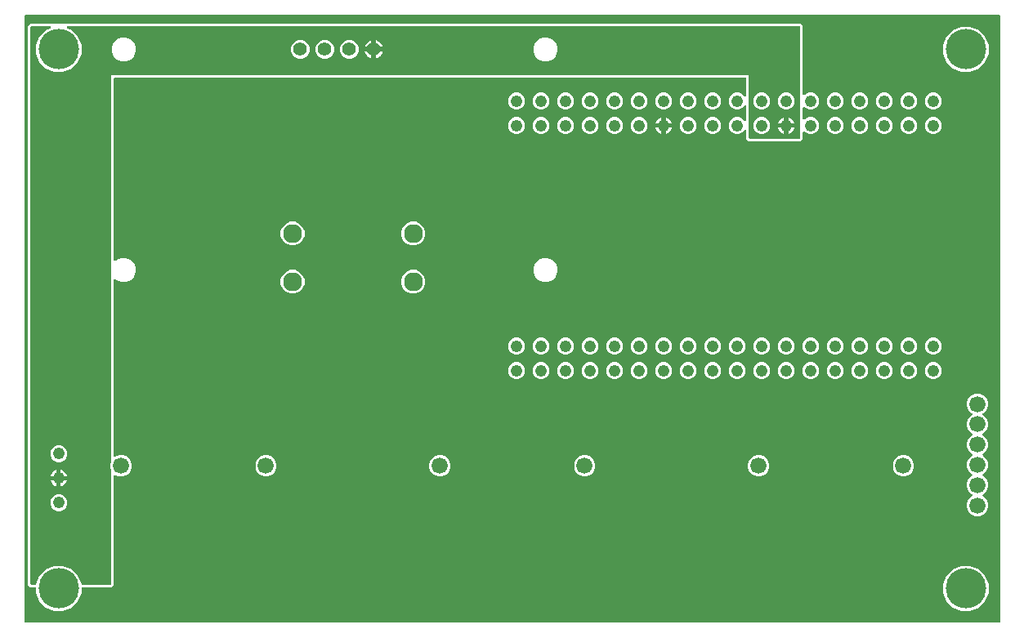
<source format=gbr>
G04 EAGLE Gerber RS-274X export*
G75*
%MOMM*%
%FSLAX34Y34*%
%LPD*%
%INCopper Layer 15*%
%IPPOS*%
%AMOC8*
5,1,8,0,0,1.08239X$1,22.5*%
G01*
%ADD10C,1.244600*%
%ADD11C,1.960000*%
%ADD12C,1.422400*%
%ADD13C,1.680000*%
%ADD14C,4.191000*%
%ADD15C,0.609600*%

G36*
X1012109Y2556D02*
X1012109Y2556D01*
X1012227Y2563D01*
X1012266Y2575D01*
X1012306Y2581D01*
X1012417Y2624D01*
X1012530Y2661D01*
X1012564Y2683D01*
X1012602Y2698D01*
X1012698Y2767D01*
X1012799Y2831D01*
X1012826Y2861D01*
X1012859Y2884D01*
X1012935Y2976D01*
X1013017Y3063D01*
X1013036Y3098D01*
X1013062Y3129D01*
X1013113Y3237D01*
X1013170Y3341D01*
X1013180Y3381D01*
X1013198Y3417D01*
X1013220Y3534D01*
X1013250Y3649D01*
X1013253Y3709D01*
X1013257Y3729D01*
X1013256Y3750D01*
X1013260Y3810D01*
X1013359Y631190D01*
X1013344Y631308D01*
X1013336Y631427D01*
X1013324Y631465D01*
X1013319Y631505D01*
X1013275Y631616D01*
X1013238Y631729D01*
X1013217Y631764D01*
X1013202Y631801D01*
X1013132Y631897D01*
X1013068Y631998D01*
X1013039Y632026D01*
X1013015Y632058D01*
X1012923Y632135D01*
X1012837Y632216D01*
X1012801Y632236D01*
X1012770Y632261D01*
X1012662Y632312D01*
X1012558Y632370D01*
X1012519Y632380D01*
X1012482Y632397D01*
X1012365Y632419D01*
X1012250Y632449D01*
X1012190Y632453D01*
X1012170Y632457D01*
X1012150Y632455D01*
X1012089Y632459D01*
X3909Y632459D01*
X3791Y632444D01*
X3673Y632437D01*
X3634Y632425D01*
X3594Y632419D01*
X3483Y632376D01*
X3370Y632339D01*
X3336Y632317D01*
X3298Y632302D01*
X3202Y632233D01*
X3101Y632169D01*
X3074Y632139D01*
X3041Y632116D01*
X2965Y632024D01*
X2883Y631937D01*
X2864Y631902D01*
X2838Y631871D01*
X2787Y631763D01*
X2730Y631659D01*
X2720Y631619D01*
X2702Y631583D01*
X2680Y631466D01*
X2650Y631351D01*
X2647Y631291D01*
X2643Y631271D01*
X2644Y631250D01*
X2640Y631190D01*
X2541Y3810D01*
X2556Y3692D01*
X2564Y3573D01*
X2576Y3535D01*
X2581Y3495D01*
X2625Y3384D01*
X2662Y3271D01*
X2683Y3236D01*
X2698Y3199D01*
X2768Y3103D01*
X2832Y3002D01*
X2861Y2974D01*
X2885Y2942D01*
X2977Y2865D01*
X3063Y2784D01*
X3099Y2764D01*
X3130Y2739D01*
X3238Y2688D01*
X3342Y2630D01*
X3381Y2620D01*
X3418Y2603D01*
X3535Y2581D01*
X3650Y2551D01*
X3710Y2547D01*
X3730Y2543D01*
X3750Y2545D01*
X3811Y2541D01*
X1011991Y2541D01*
X1012109Y2556D01*
G37*
%LPC*%
G36*
X33426Y14604D02*
X33426Y14604D01*
X24791Y18181D01*
X18181Y24791D01*
X14604Y33426D01*
X14604Y38100D01*
X14589Y38218D01*
X14582Y38337D01*
X14569Y38375D01*
X14564Y38416D01*
X14521Y38526D01*
X14484Y38639D01*
X14462Y38674D01*
X14447Y38711D01*
X14378Y38807D01*
X14314Y38908D01*
X14284Y38936D01*
X14261Y38969D01*
X14169Y39045D01*
X14082Y39126D01*
X14047Y39146D01*
X14016Y39171D01*
X13908Y39222D01*
X13804Y39280D01*
X13764Y39290D01*
X13728Y39307D01*
X13611Y39329D01*
X13496Y39359D01*
X13436Y39363D01*
X13416Y39367D01*
X13395Y39365D01*
X13335Y39369D01*
X8582Y39369D01*
X6349Y41602D01*
X6349Y621338D01*
X8582Y623571D01*
X806758Y623571D01*
X808991Y621338D01*
X808991Y550549D01*
X809008Y550411D01*
X809021Y550272D01*
X809028Y550253D01*
X809031Y550233D01*
X809082Y550104D01*
X809129Y549973D01*
X809140Y549956D01*
X809148Y549938D01*
X809229Y549825D01*
X809307Y549710D01*
X809323Y549697D01*
X809334Y549680D01*
X809442Y549591D01*
X809546Y549499D01*
X809564Y549490D01*
X809579Y549477D01*
X809705Y549418D01*
X809829Y549355D01*
X809849Y549350D01*
X809867Y549342D01*
X810004Y549316D01*
X810139Y549285D01*
X810160Y549286D01*
X810179Y549282D01*
X810318Y549291D01*
X810457Y549295D01*
X810477Y549301D01*
X810497Y549302D01*
X810629Y549345D01*
X810763Y549383D01*
X810780Y549394D01*
X810799Y549400D01*
X810917Y549474D01*
X811037Y549545D01*
X811058Y549563D01*
X811068Y549570D01*
X811082Y549585D01*
X811157Y549651D01*
X812236Y550730D01*
X815457Y552064D01*
X818943Y552064D01*
X822164Y550730D01*
X824630Y548264D01*
X825964Y545043D01*
X825964Y541557D01*
X824630Y538336D01*
X822164Y535870D01*
X818943Y534536D01*
X815457Y534536D01*
X812236Y535870D01*
X811157Y536949D01*
X811048Y537034D01*
X810941Y537123D01*
X810922Y537131D01*
X810906Y537144D01*
X810779Y537199D01*
X810653Y537258D01*
X810633Y537262D01*
X810614Y537270D01*
X810476Y537292D01*
X810340Y537318D01*
X810320Y537317D01*
X810300Y537320D01*
X810161Y537307D01*
X810023Y537298D01*
X810004Y537292D01*
X809984Y537290D01*
X809852Y537243D01*
X809721Y537200D01*
X809703Y537189D01*
X809684Y537182D01*
X809569Y537104D01*
X809452Y537030D01*
X809438Y537015D01*
X809421Y537004D01*
X809329Y536900D01*
X809234Y536798D01*
X809224Y536781D01*
X809211Y536765D01*
X809148Y536642D01*
X809080Y536520D01*
X809075Y536500D01*
X809066Y536482D01*
X809036Y536346D01*
X809001Y536212D01*
X808999Y536184D01*
X808996Y536172D01*
X808997Y536151D01*
X808991Y536051D01*
X808991Y525149D01*
X809008Y525011D01*
X809021Y524872D01*
X809028Y524853D01*
X809031Y524833D01*
X809082Y524704D01*
X809129Y524573D01*
X809140Y524556D01*
X809148Y524538D01*
X809229Y524425D01*
X809307Y524310D01*
X809323Y524297D01*
X809334Y524280D01*
X809442Y524191D01*
X809546Y524099D01*
X809564Y524090D01*
X809579Y524077D01*
X809705Y524018D01*
X809829Y523955D01*
X809849Y523950D01*
X809867Y523942D01*
X810004Y523916D01*
X810139Y523885D01*
X810160Y523886D01*
X810179Y523882D01*
X810318Y523891D01*
X810457Y523895D01*
X810477Y523901D01*
X810497Y523902D01*
X810629Y523945D01*
X810763Y523983D01*
X810780Y523994D01*
X810799Y524000D01*
X810917Y524074D01*
X811037Y524145D01*
X811058Y524163D01*
X811068Y524170D01*
X811082Y524185D01*
X811157Y524251D01*
X812236Y525330D01*
X815457Y526664D01*
X818943Y526664D01*
X822164Y525330D01*
X824630Y522864D01*
X825964Y519643D01*
X825964Y516157D01*
X824630Y512936D01*
X822164Y510470D01*
X818943Y509136D01*
X815457Y509136D01*
X812236Y510470D01*
X811157Y511549D01*
X811048Y511634D01*
X810941Y511723D01*
X810922Y511731D01*
X810906Y511744D01*
X810779Y511799D01*
X810653Y511858D01*
X810633Y511862D01*
X810614Y511870D01*
X810476Y511892D01*
X810340Y511918D01*
X810320Y511917D01*
X810300Y511920D01*
X810161Y511907D01*
X810023Y511898D01*
X810004Y511892D01*
X809984Y511890D01*
X809852Y511843D01*
X809721Y511800D01*
X809703Y511789D01*
X809684Y511782D01*
X809569Y511704D01*
X809452Y511630D01*
X809438Y511615D01*
X809421Y511604D01*
X809329Y511500D01*
X809234Y511398D01*
X809224Y511381D01*
X809211Y511365D01*
X809148Y511242D01*
X809080Y511120D01*
X809075Y511100D01*
X809066Y511082D01*
X809036Y510946D01*
X809001Y510812D01*
X808999Y510784D01*
X808996Y510772D01*
X808997Y510751D01*
X808991Y510651D01*
X808991Y503882D01*
X806758Y501649D01*
X752802Y501649D01*
X750569Y503882D01*
X750569Y512011D01*
X750552Y512149D01*
X750539Y512288D01*
X750532Y512307D01*
X750529Y512327D01*
X750478Y512456D01*
X750431Y512587D01*
X750420Y512604D01*
X750412Y512622D01*
X750331Y512735D01*
X750253Y512850D01*
X750237Y512863D01*
X750226Y512880D01*
X750118Y512969D01*
X750014Y513061D01*
X749996Y513070D01*
X749981Y513083D01*
X749855Y513142D01*
X749731Y513205D01*
X749711Y513210D01*
X749693Y513218D01*
X749557Y513244D01*
X749421Y513275D01*
X749400Y513274D01*
X749381Y513278D01*
X749242Y513269D01*
X749103Y513265D01*
X749083Y513259D01*
X749063Y513258D01*
X748931Y513215D01*
X748797Y513177D01*
X748780Y513166D01*
X748761Y513160D01*
X748643Y513086D01*
X748523Y513015D01*
X748502Y512997D01*
X748492Y512990D01*
X748478Y512975D01*
X748403Y512909D01*
X745964Y510470D01*
X742743Y509136D01*
X739257Y509136D01*
X736036Y510470D01*
X733570Y512936D01*
X732236Y516157D01*
X732236Y519643D01*
X733570Y522864D01*
X736036Y525330D01*
X739257Y526664D01*
X742743Y526664D01*
X745964Y525330D01*
X748403Y522891D01*
X748512Y522806D01*
X748619Y522717D01*
X748638Y522709D01*
X748654Y522696D01*
X748782Y522641D01*
X748907Y522582D01*
X748927Y522578D01*
X748946Y522570D01*
X749084Y522548D01*
X749220Y522522D01*
X749240Y522523D01*
X749260Y522520D01*
X749399Y522533D01*
X749537Y522542D01*
X749556Y522548D01*
X749576Y522550D01*
X749708Y522597D01*
X749839Y522640D01*
X749857Y522651D01*
X749876Y522658D01*
X749991Y522736D01*
X750108Y522810D01*
X750122Y522825D01*
X750139Y522836D01*
X750231Y522940D01*
X750326Y523042D01*
X750336Y523059D01*
X750349Y523075D01*
X750413Y523199D01*
X750480Y523320D01*
X750485Y523340D01*
X750494Y523358D01*
X750524Y523494D01*
X750559Y523628D01*
X750561Y523656D01*
X750564Y523668D01*
X750563Y523689D01*
X750569Y523789D01*
X750569Y537411D01*
X750552Y537549D01*
X750539Y537688D01*
X750532Y537707D01*
X750529Y537727D01*
X750478Y537856D01*
X750431Y537987D01*
X750420Y538004D01*
X750412Y538022D01*
X750331Y538135D01*
X750253Y538250D01*
X750237Y538263D01*
X750226Y538280D01*
X750118Y538369D01*
X750014Y538461D01*
X749996Y538470D01*
X749981Y538483D01*
X749855Y538542D01*
X749731Y538605D01*
X749711Y538610D01*
X749693Y538618D01*
X749557Y538644D01*
X749421Y538675D01*
X749400Y538674D01*
X749381Y538678D01*
X749242Y538669D01*
X749103Y538665D01*
X749083Y538659D01*
X749063Y538658D01*
X748931Y538615D01*
X748797Y538577D01*
X748780Y538566D01*
X748761Y538560D01*
X748643Y538486D01*
X748523Y538415D01*
X748502Y538397D01*
X748492Y538390D01*
X748478Y538375D01*
X748403Y538309D01*
X745964Y535870D01*
X742743Y534536D01*
X739257Y534536D01*
X736036Y535870D01*
X733570Y538336D01*
X732236Y541557D01*
X732236Y545043D01*
X733570Y548264D01*
X736036Y550730D01*
X739257Y552064D01*
X742743Y552064D01*
X745964Y550730D01*
X748403Y548291D01*
X748512Y548206D01*
X748619Y548117D01*
X748638Y548109D01*
X748654Y548096D01*
X748782Y548041D01*
X748907Y547982D01*
X748927Y547978D01*
X748946Y547970D01*
X749084Y547948D01*
X749220Y547922D01*
X749240Y547923D01*
X749260Y547920D01*
X749399Y547933D01*
X749537Y547942D01*
X749556Y547948D01*
X749576Y547950D01*
X749708Y547997D01*
X749839Y548040D01*
X749857Y548051D01*
X749876Y548058D01*
X749991Y548136D01*
X750108Y548210D01*
X750122Y548225D01*
X750139Y548236D01*
X750231Y548340D01*
X750326Y548442D01*
X750336Y548459D01*
X750349Y548475D01*
X750413Y548599D01*
X750480Y548720D01*
X750485Y548740D01*
X750494Y548758D01*
X750524Y548894D01*
X750559Y549028D01*
X750561Y549056D01*
X750564Y549068D01*
X750563Y549089D01*
X750569Y549189D01*
X750569Y566420D01*
X750554Y566538D01*
X750547Y566657D01*
X750534Y566695D01*
X750529Y566736D01*
X750486Y566846D01*
X750449Y566959D01*
X750427Y566994D01*
X750412Y567031D01*
X750343Y567127D01*
X750279Y567228D01*
X750249Y567256D01*
X750226Y567289D01*
X750134Y567365D01*
X750047Y567446D01*
X750012Y567466D01*
X749981Y567491D01*
X749873Y567542D01*
X749769Y567600D01*
X749729Y567610D01*
X749693Y567627D01*
X749576Y567649D01*
X749461Y567679D01*
X749401Y567683D01*
X749381Y567687D01*
X749360Y567685D01*
X749300Y567689D01*
X96520Y567689D01*
X96402Y567674D01*
X96283Y567667D01*
X96245Y567654D01*
X96204Y567649D01*
X96094Y567606D01*
X95981Y567569D01*
X95946Y567547D01*
X95909Y567532D01*
X95813Y567463D01*
X95712Y567399D01*
X95684Y567369D01*
X95651Y567346D01*
X95575Y567254D01*
X95494Y567167D01*
X95474Y567132D01*
X95449Y567101D01*
X95398Y566993D01*
X95340Y566889D01*
X95330Y566849D01*
X95313Y566813D01*
X95291Y566696D01*
X95261Y566581D01*
X95257Y566521D01*
X95253Y566501D01*
X95255Y566480D01*
X95251Y566420D01*
X95251Y378940D01*
X95268Y378802D01*
X95281Y378664D01*
X95288Y378645D01*
X95291Y378625D01*
X95342Y378496D01*
X95389Y378365D01*
X95400Y378348D01*
X95408Y378329D01*
X95489Y378217D01*
X95567Y378101D01*
X95583Y378088D01*
X95594Y378072D01*
X95702Y377983D01*
X95806Y377891D01*
X95824Y377882D01*
X95839Y377869D01*
X95965Y377810D01*
X96089Y377746D01*
X96109Y377742D01*
X96127Y377733D01*
X96264Y377707D01*
X96399Y377677D01*
X96420Y377677D01*
X96439Y377674D01*
X96578Y377682D01*
X96717Y377686D01*
X96737Y377692D01*
X96757Y377693D01*
X96889Y377736D01*
X97023Y377775D01*
X97040Y377785D01*
X97059Y377791D01*
X97177Y377866D01*
X97297Y377936D01*
X97318Y377955D01*
X97328Y377961D01*
X97342Y377976D01*
X97417Y378043D01*
X98306Y378932D01*
X102915Y380841D01*
X107905Y380841D01*
X112514Y378932D01*
X116042Y375404D01*
X117951Y370795D01*
X117951Y365805D01*
X116042Y361196D01*
X112514Y357668D01*
X107905Y355759D01*
X102915Y355759D01*
X98306Y357668D01*
X97417Y358557D01*
X97308Y358642D01*
X97201Y358731D01*
X97182Y358740D01*
X97166Y358752D01*
X97039Y358807D01*
X96913Y358867D01*
X96893Y358870D01*
X96874Y358879D01*
X96736Y358900D01*
X96600Y358926D01*
X96580Y358925D01*
X96560Y358928D01*
X96421Y358915D01*
X96283Y358907D01*
X96264Y358900D01*
X96244Y358899D01*
X96112Y358851D01*
X95981Y358809D01*
X95963Y358798D01*
X95944Y358791D01*
X95829Y358713D01*
X95712Y358639D01*
X95698Y358624D01*
X95681Y358612D01*
X95589Y358508D01*
X95494Y358407D01*
X95484Y358389D01*
X95471Y358374D01*
X95408Y358250D01*
X95340Y358128D01*
X95335Y358109D01*
X95326Y358091D01*
X95296Y357955D01*
X95261Y357820D01*
X95259Y357792D01*
X95256Y357780D01*
X95257Y357760D01*
X95251Y357660D01*
X95251Y175715D01*
X95257Y175665D01*
X95255Y175616D01*
X95277Y175508D01*
X95291Y175399D01*
X95309Y175353D01*
X95319Y175304D01*
X95367Y175205D01*
X95408Y175104D01*
X95437Y175063D01*
X95459Y175019D01*
X95530Y174935D01*
X95594Y174846D01*
X95633Y174815D01*
X95665Y174777D01*
X95755Y174713D01*
X95839Y174643D01*
X95884Y174622D01*
X95925Y174594D01*
X96028Y174555D01*
X96127Y174508D01*
X96176Y174499D01*
X96222Y174481D01*
X96332Y174469D01*
X96439Y174448D01*
X96489Y174451D01*
X96538Y174446D01*
X96647Y174461D01*
X96757Y174468D01*
X96804Y174483D01*
X96853Y174490D01*
X97006Y174542D01*
X100624Y176041D01*
X104976Y176041D01*
X108997Y174375D01*
X112075Y171297D01*
X113741Y167276D01*
X113741Y162924D01*
X112075Y158903D01*
X108997Y155825D01*
X104976Y154159D01*
X100624Y154159D01*
X97006Y155658D01*
X96958Y155671D01*
X96913Y155692D01*
X96805Y155713D01*
X96699Y155742D01*
X96649Y155743D01*
X96600Y155752D01*
X96491Y155745D01*
X96381Y155747D01*
X96333Y155735D01*
X96283Y155732D01*
X96179Y155698D01*
X96072Y155673D01*
X96028Y155649D01*
X95981Y155634D01*
X95888Y155575D01*
X95791Y155524D01*
X95754Y155491D01*
X95712Y155464D01*
X95637Y155384D01*
X95555Y155310D01*
X95528Y155269D01*
X95494Y155232D01*
X95441Y155136D01*
X95381Y155044D01*
X95364Y154997D01*
X95340Y154954D01*
X95313Y154848D01*
X95277Y154744D01*
X95273Y154694D01*
X95261Y154646D01*
X95251Y154485D01*
X95251Y41602D01*
X93018Y39369D01*
X62865Y39369D01*
X62747Y39354D01*
X62628Y39347D01*
X62590Y39334D01*
X62549Y39329D01*
X62439Y39286D01*
X62326Y39249D01*
X62291Y39227D01*
X62254Y39212D01*
X62158Y39143D01*
X62057Y39079D01*
X62029Y39049D01*
X61996Y39026D01*
X61920Y38934D01*
X61839Y38847D01*
X61819Y38812D01*
X61794Y38781D01*
X61743Y38673D01*
X61685Y38569D01*
X61675Y38529D01*
X61658Y38493D01*
X61636Y38376D01*
X61606Y38261D01*
X61602Y38201D01*
X61598Y38181D01*
X61599Y38165D01*
X61598Y38160D01*
X61599Y38150D01*
X61596Y38100D01*
X61596Y33426D01*
X58019Y24791D01*
X51409Y18181D01*
X42774Y14604D01*
X33426Y14604D01*
G37*
%LPD*%
G36*
X13428Y41914D02*
X13428Y41914D01*
X13458Y41912D01*
X13586Y41934D01*
X13714Y41951D01*
X13742Y41961D01*
X13771Y41967D01*
X13889Y42020D01*
X14010Y42068D01*
X14034Y42085D01*
X14061Y42097D01*
X14162Y42178D01*
X14267Y42254D01*
X14286Y42277D01*
X14309Y42296D01*
X14387Y42399D01*
X14470Y42499D01*
X14483Y42526D01*
X14501Y42550D01*
X14571Y42694D01*
X18181Y51409D01*
X24791Y58019D01*
X33426Y61596D01*
X42774Y61596D01*
X51409Y58019D01*
X58019Y51409D01*
X61629Y42694D01*
X61643Y42669D01*
X61652Y42641D01*
X61722Y42531D01*
X61786Y42418D01*
X61807Y42397D01*
X61822Y42372D01*
X61917Y42283D01*
X62007Y42190D01*
X62033Y42174D01*
X62054Y42154D01*
X62168Y42091D01*
X62279Y42023D01*
X62307Y42015D01*
X62333Y42000D01*
X62458Y41968D01*
X62582Y41930D01*
X62612Y41928D01*
X62641Y41921D01*
X62801Y41911D01*
X91440Y41911D01*
X91558Y41926D01*
X91677Y41933D01*
X91715Y41946D01*
X91756Y41951D01*
X91866Y41994D01*
X91979Y42031D01*
X92014Y42053D01*
X92051Y42068D01*
X92147Y42138D01*
X92248Y42201D01*
X92276Y42231D01*
X92309Y42254D01*
X92385Y42346D01*
X92466Y42433D01*
X92486Y42468D01*
X92511Y42499D01*
X92562Y42607D01*
X92620Y42711D01*
X92630Y42751D01*
X92647Y42787D01*
X92669Y42904D01*
X92699Y43019D01*
X92703Y43080D01*
X92707Y43100D01*
X92705Y43120D01*
X92709Y43180D01*
X92709Y160619D01*
X92708Y160628D01*
X92709Y160638D01*
X92688Y160786D01*
X92669Y160935D01*
X92666Y160943D01*
X92665Y160953D01*
X92613Y161105D01*
X91859Y162924D01*
X91859Y167276D01*
X92613Y169095D01*
X92615Y169104D01*
X92620Y169112D01*
X92657Y169257D01*
X92697Y169402D01*
X92697Y169411D01*
X92699Y169420D01*
X92709Y169581D01*
X92709Y570231D01*
X753111Y570231D01*
X753111Y505460D01*
X753126Y505342D01*
X753133Y505223D01*
X753146Y505185D01*
X753151Y505144D01*
X753194Y505034D01*
X753231Y504921D01*
X753253Y504886D01*
X753268Y504849D01*
X753338Y504753D01*
X753401Y504652D01*
X753431Y504624D01*
X753454Y504591D01*
X753546Y504516D01*
X753633Y504434D01*
X753668Y504414D01*
X753699Y504389D01*
X753807Y504338D01*
X753911Y504280D01*
X753951Y504270D01*
X753987Y504253D01*
X754104Y504231D01*
X754219Y504201D01*
X754280Y504197D01*
X754300Y504193D01*
X754320Y504195D01*
X754380Y504191D01*
X805180Y504191D01*
X805298Y504206D01*
X805417Y504213D01*
X805455Y504226D01*
X805496Y504231D01*
X805606Y504274D01*
X805719Y504311D01*
X805754Y504333D01*
X805791Y504348D01*
X805887Y504418D01*
X805988Y504481D01*
X806016Y504511D01*
X806049Y504534D01*
X806125Y504626D01*
X806206Y504713D01*
X806226Y504748D01*
X806251Y504779D01*
X806302Y504887D01*
X806360Y504991D01*
X806370Y505031D01*
X806387Y505067D01*
X806409Y505184D01*
X806439Y505299D01*
X806443Y505360D01*
X806447Y505380D01*
X806445Y505400D01*
X806449Y505460D01*
X806449Y619760D01*
X806434Y619878D01*
X806427Y619997D01*
X806414Y620035D01*
X806409Y620076D01*
X806366Y620186D01*
X806329Y620299D01*
X806307Y620334D01*
X806292Y620371D01*
X806223Y620467D01*
X806159Y620568D01*
X806129Y620596D01*
X806106Y620629D01*
X806014Y620705D01*
X805927Y620786D01*
X805892Y620806D01*
X805861Y620831D01*
X805753Y620882D01*
X805649Y620940D01*
X805609Y620950D01*
X805573Y620967D01*
X805456Y620989D01*
X805341Y621019D01*
X805281Y621023D01*
X805261Y621027D01*
X805240Y621025D01*
X805180Y621029D01*
X47625Y621029D01*
X47556Y621021D01*
X47486Y621022D01*
X47399Y621001D01*
X47310Y620989D01*
X47245Y620964D01*
X47177Y620947D01*
X47097Y620905D01*
X47014Y620872D01*
X46957Y620831D01*
X46896Y620799D01*
X46829Y620738D01*
X46756Y620686D01*
X46712Y620632D01*
X46660Y620585D01*
X46611Y620510D01*
X46554Y620441D01*
X46524Y620377D01*
X46486Y620319D01*
X46456Y620234D01*
X46418Y620153D01*
X46405Y620084D01*
X46382Y620018D01*
X46375Y619929D01*
X46358Y619841D01*
X46363Y619771D01*
X46357Y619701D01*
X46373Y619613D01*
X46378Y619523D01*
X46400Y619457D01*
X46412Y619388D01*
X46448Y619306D01*
X46476Y619221D01*
X46513Y619162D01*
X46542Y619098D01*
X46598Y619028D01*
X46646Y618952D01*
X46697Y618904D01*
X46741Y618850D01*
X46812Y618796D01*
X46878Y618734D01*
X46939Y618700D01*
X46995Y618658D01*
X47139Y618587D01*
X51409Y616819D01*
X58019Y610209D01*
X61596Y601574D01*
X61596Y592226D01*
X58019Y583591D01*
X51409Y576981D01*
X42774Y573404D01*
X33426Y573404D01*
X24791Y576981D01*
X18181Y583591D01*
X14604Y592226D01*
X14604Y601574D01*
X18181Y610209D01*
X24791Y616819D01*
X29061Y618587D01*
X29121Y618622D01*
X29186Y618648D01*
X29259Y618700D01*
X29337Y618745D01*
X29387Y618794D01*
X29444Y618834D01*
X29501Y618904D01*
X29565Y618966D01*
X29602Y619026D01*
X29646Y619079D01*
X29685Y619161D01*
X29732Y619237D01*
X29752Y619304D01*
X29782Y619367D01*
X29799Y619455D01*
X29825Y619541D01*
X29829Y619611D01*
X29842Y619680D01*
X29836Y619769D01*
X29840Y619859D01*
X29826Y619927D01*
X29822Y619997D01*
X29794Y620082D01*
X29776Y620170D01*
X29745Y620233D01*
X29724Y620299D01*
X29676Y620375D01*
X29636Y620456D01*
X29591Y620509D01*
X29554Y620568D01*
X29488Y620630D01*
X29430Y620698D01*
X29373Y620738D01*
X29322Y620786D01*
X29243Y620829D01*
X29170Y620881D01*
X29105Y620906D01*
X29044Y620940D01*
X28957Y620962D01*
X28873Y620994D01*
X28803Y621002D01*
X28736Y621019D01*
X28575Y621029D01*
X10160Y621029D01*
X10042Y621014D01*
X9923Y621007D01*
X9885Y620994D01*
X9844Y620989D01*
X9734Y620946D01*
X9621Y620909D01*
X9586Y620887D01*
X9549Y620872D01*
X9453Y620803D01*
X9352Y620739D01*
X9324Y620709D01*
X9291Y620686D01*
X9216Y620594D01*
X9134Y620507D01*
X9114Y620472D01*
X9089Y620441D01*
X9038Y620333D01*
X8980Y620229D01*
X8970Y620189D01*
X8953Y620153D01*
X8931Y620036D01*
X8901Y619921D01*
X8897Y619861D01*
X8893Y619841D01*
X8895Y619820D01*
X8891Y619760D01*
X8891Y43180D01*
X8906Y43062D01*
X8913Y42943D01*
X8926Y42905D01*
X8931Y42864D01*
X8974Y42754D01*
X9011Y42641D01*
X9033Y42606D01*
X9048Y42569D01*
X9118Y42473D01*
X9181Y42372D01*
X9211Y42344D01*
X9234Y42311D01*
X9326Y42236D01*
X9413Y42154D01*
X9448Y42134D01*
X9479Y42109D01*
X9587Y42058D01*
X9691Y42000D01*
X9731Y41990D01*
X9767Y41973D01*
X9884Y41951D01*
X9999Y41921D01*
X10060Y41917D01*
X10080Y41913D01*
X10100Y41915D01*
X10160Y41911D01*
X13399Y41911D01*
X13428Y41914D01*
G37*
%LPC*%
G36*
X987724Y113359D02*
X987724Y113359D01*
X983703Y115025D01*
X980625Y118103D01*
X978959Y122124D01*
X978959Y126476D01*
X980625Y130497D01*
X983703Y133575D01*
X983829Y133627D01*
X983949Y133696D01*
X984072Y133761D01*
X984087Y133775D01*
X984105Y133785D01*
X984205Y133882D01*
X984308Y133975D01*
X984319Y133992D01*
X984333Y134006D01*
X984406Y134125D01*
X984482Y134241D01*
X984489Y134260D01*
X984500Y134277D01*
X984540Y134410D01*
X984586Y134542D01*
X984587Y134562D01*
X984593Y134581D01*
X984600Y134720D01*
X984611Y134859D01*
X984607Y134879D01*
X984608Y134899D01*
X984580Y135035D01*
X984556Y135172D01*
X984548Y135191D01*
X984544Y135210D01*
X984483Y135335D01*
X984426Y135462D01*
X984413Y135478D01*
X984404Y135496D01*
X984314Y135602D01*
X984227Y135711D01*
X984211Y135723D01*
X984198Y135738D01*
X984084Y135818D01*
X983973Y135902D01*
X983948Y135914D01*
X983938Y135921D01*
X983919Y135928D01*
X983829Y135973D01*
X983703Y136025D01*
X980625Y139103D01*
X978959Y143124D01*
X978959Y147476D01*
X980625Y151497D01*
X983703Y154575D01*
X983829Y154627D01*
X983949Y154696D01*
X984072Y154761D01*
X984087Y154775D01*
X984105Y154785D01*
X984205Y154882D01*
X984308Y154975D01*
X984319Y154992D01*
X984333Y155006D01*
X984406Y155125D01*
X984482Y155241D01*
X984489Y155260D01*
X984500Y155277D01*
X984540Y155410D01*
X984586Y155542D01*
X984587Y155562D01*
X984593Y155581D01*
X984600Y155720D01*
X984611Y155859D01*
X984607Y155879D01*
X984608Y155899D01*
X984580Y156035D01*
X984556Y156172D01*
X984548Y156191D01*
X984544Y156210D01*
X984483Y156335D01*
X984426Y156462D01*
X984413Y156478D01*
X984404Y156496D01*
X984314Y156602D01*
X984227Y156711D01*
X984211Y156723D01*
X984198Y156738D01*
X984084Y156818D01*
X983973Y156902D01*
X983948Y156914D01*
X983938Y156921D01*
X983919Y156928D01*
X983829Y156973D01*
X983703Y157025D01*
X980625Y160103D01*
X978959Y164124D01*
X978959Y168476D01*
X980625Y172497D01*
X983703Y175575D01*
X983829Y175627D01*
X983949Y175696D01*
X984072Y175761D01*
X984087Y175775D01*
X984105Y175785D01*
X984205Y175882D01*
X984308Y175975D01*
X984319Y175992D01*
X984333Y176006D01*
X984406Y176125D01*
X984482Y176241D01*
X984489Y176260D01*
X984500Y176277D01*
X984540Y176410D01*
X984586Y176542D01*
X984587Y176562D01*
X984593Y176581D01*
X984600Y176720D01*
X984611Y176859D01*
X984607Y176879D01*
X984608Y176899D01*
X984580Y177035D01*
X984556Y177172D01*
X984548Y177191D01*
X984544Y177210D01*
X984483Y177335D01*
X984426Y177462D01*
X984413Y177478D01*
X984404Y177496D01*
X984314Y177602D01*
X984227Y177711D01*
X984211Y177723D01*
X984198Y177738D01*
X984084Y177818D01*
X983973Y177902D01*
X983948Y177914D01*
X983938Y177921D01*
X983919Y177928D01*
X983829Y177973D01*
X983703Y178025D01*
X980625Y181103D01*
X978959Y185124D01*
X978959Y189476D01*
X980625Y193497D01*
X983703Y196575D01*
X983829Y196627D01*
X983949Y196696D01*
X984072Y196761D01*
X984087Y196775D01*
X984105Y196785D01*
X984205Y196882D01*
X984308Y196975D01*
X984319Y196992D01*
X984333Y197006D01*
X984406Y197125D01*
X984482Y197241D01*
X984489Y197260D01*
X984500Y197277D01*
X984540Y197410D01*
X984586Y197542D01*
X984587Y197562D01*
X984593Y197581D01*
X984600Y197720D01*
X984611Y197859D01*
X984607Y197879D01*
X984608Y197899D01*
X984580Y198035D01*
X984556Y198172D01*
X984548Y198191D01*
X984544Y198210D01*
X984483Y198335D01*
X984426Y198462D01*
X984413Y198478D01*
X984404Y198496D01*
X984314Y198602D01*
X984227Y198711D01*
X984211Y198723D01*
X984198Y198738D01*
X984084Y198818D01*
X983973Y198902D01*
X983948Y198914D01*
X983938Y198921D01*
X983919Y198928D01*
X983829Y198973D01*
X983703Y199025D01*
X980625Y202103D01*
X978959Y206124D01*
X978959Y210476D01*
X980625Y214497D01*
X983703Y217575D01*
X983829Y217627D01*
X983949Y217696D01*
X984072Y217761D01*
X984087Y217775D01*
X984105Y217785D01*
X984205Y217882D01*
X984308Y217975D01*
X984319Y217992D01*
X984333Y218006D01*
X984406Y218125D01*
X984482Y218241D01*
X984489Y218260D01*
X984500Y218277D01*
X984540Y218410D01*
X984586Y218542D01*
X984587Y218562D01*
X984593Y218581D01*
X984600Y218720D01*
X984611Y218859D01*
X984607Y218879D01*
X984608Y218899D01*
X984580Y219035D01*
X984556Y219172D01*
X984548Y219191D01*
X984544Y219210D01*
X984483Y219335D01*
X984426Y219462D01*
X984413Y219478D01*
X984404Y219496D01*
X984314Y219602D01*
X984227Y219711D01*
X984211Y219723D01*
X984198Y219738D01*
X984084Y219818D01*
X983973Y219902D01*
X983948Y219914D01*
X983938Y219921D01*
X983919Y219928D01*
X983829Y219973D01*
X983703Y220025D01*
X980625Y223103D01*
X978959Y227124D01*
X978959Y231476D01*
X980625Y235497D01*
X983703Y238575D01*
X987724Y240241D01*
X992076Y240241D01*
X996097Y238575D01*
X999175Y235497D01*
X1000841Y231476D01*
X1000841Y227124D01*
X999175Y223103D01*
X996097Y220025D01*
X995971Y219973D01*
X995851Y219904D01*
X995728Y219839D01*
X995713Y219825D01*
X995695Y219815D01*
X995595Y219718D01*
X995492Y219625D01*
X995481Y219608D01*
X995467Y219594D01*
X995394Y219475D01*
X995318Y219359D01*
X995311Y219340D01*
X995300Y219323D01*
X995259Y219190D01*
X995214Y219058D01*
X995213Y219038D01*
X995207Y219019D01*
X995200Y218880D01*
X995189Y218741D01*
X995193Y218721D01*
X995192Y218701D01*
X995220Y218565D01*
X995244Y218428D01*
X995252Y218409D01*
X995256Y218390D01*
X995317Y218265D01*
X995374Y218138D01*
X995387Y218122D01*
X995396Y218104D01*
X995486Y217998D01*
X995573Y217890D01*
X995589Y217877D01*
X995602Y217862D01*
X995716Y217782D01*
X995827Y217698D01*
X995852Y217686D01*
X995862Y217679D01*
X995881Y217672D01*
X995971Y217627D01*
X996097Y217575D01*
X999175Y214497D01*
X1000841Y210476D01*
X1000841Y206124D01*
X999175Y202103D01*
X996097Y199025D01*
X995971Y198973D01*
X995851Y198904D01*
X995728Y198839D01*
X995713Y198825D01*
X995695Y198815D01*
X995595Y198718D01*
X995492Y198625D01*
X995481Y198608D01*
X995467Y198594D01*
X995394Y198475D01*
X995318Y198359D01*
X995311Y198340D01*
X995300Y198323D01*
X995259Y198190D01*
X995214Y198058D01*
X995213Y198038D01*
X995207Y198019D01*
X995200Y197880D01*
X995189Y197741D01*
X995193Y197721D01*
X995192Y197701D01*
X995220Y197565D01*
X995244Y197428D01*
X995252Y197409D01*
X995256Y197390D01*
X995317Y197265D01*
X995374Y197138D01*
X995387Y197122D01*
X995396Y197104D01*
X995486Y196998D01*
X995573Y196890D01*
X995589Y196877D01*
X995602Y196862D01*
X995716Y196782D01*
X995827Y196698D01*
X995852Y196686D01*
X995862Y196679D01*
X995881Y196672D01*
X995971Y196627D01*
X996097Y196575D01*
X999175Y193497D01*
X1000841Y189476D01*
X1000841Y185124D01*
X999175Y181103D01*
X996097Y178025D01*
X995971Y177973D01*
X995851Y177904D01*
X995728Y177839D01*
X995713Y177825D01*
X995695Y177815D01*
X995595Y177718D01*
X995492Y177625D01*
X995481Y177608D01*
X995467Y177594D01*
X995394Y177475D01*
X995318Y177359D01*
X995311Y177340D01*
X995300Y177323D01*
X995259Y177190D01*
X995214Y177058D01*
X995213Y177038D01*
X995207Y177019D01*
X995200Y176880D01*
X995189Y176741D01*
X995193Y176721D01*
X995192Y176701D01*
X995220Y176565D01*
X995244Y176428D01*
X995252Y176409D01*
X995256Y176390D01*
X995317Y176265D01*
X995374Y176138D01*
X995387Y176122D01*
X995396Y176104D01*
X995486Y175998D01*
X995573Y175890D01*
X995589Y175877D01*
X995602Y175862D01*
X995716Y175782D01*
X995827Y175698D01*
X995852Y175686D01*
X995862Y175679D01*
X995881Y175672D01*
X995971Y175627D01*
X996097Y175575D01*
X999175Y172497D01*
X1000841Y168476D01*
X1000841Y164124D01*
X999175Y160103D01*
X996097Y157025D01*
X995971Y156973D01*
X995851Y156904D01*
X995728Y156839D01*
X995713Y156825D01*
X995695Y156815D01*
X995595Y156718D01*
X995492Y156625D01*
X995481Y156608D01*
X995467Y156594D01*
X995394Y156475D01*
X995318Y156359D01*
X995311Y156340D01*
X995300Y156323D01*
X995259Y156190D01*
X995214Y156058D01*
X995213Y156038D01*
X995207Y156019D01*
X995200Y155880D01*
X995189Y155741D01*
X995193Y155721D01*
X995192Y155701D01*
X995220Y155565D01*
X995244Y155428D01*
X995252Y155409D01*
X995256Y155390D01*
X995317Y155265D01*
X995374Y155138D01*
X995387Y155122D01*
X995396Y155104D01*
X995486Y154998D01*
X995573Y154890D01*
X995589Y154877D01*
X995602Y154862D01*
X995716Y154782D01*
X995827Y154698D01*
X995852Y154686D01*
X995862Y154679D01*
X995881Y154672D01*
X995971Y154627D01*
X996097Y154575D01*
X999175Y151497D01*
X1000841Y147476D01*
X1000841Y143124D01*
X999175Y139103D01*
X996097Y136025D01*
X995971Y135973D01*
X995851Y135904D01*
X995728Y135839D01*
X995713Y135825D01*
X995695Y135815D01*
X995595Y135718D01*
X995492Y135625D01*
X995481Y135608D01*
X995467Y135594D01*
X995394Y135475D01*
X995318Y135359D01*
X995311Y135340D01*
X995300Y135323D01*
X995259Y135190D01*
X995214Y135058D01*
X995213Y135038D01*
X995207Y135019D01*
X995200Y134880D01*
X995189Y134741D01*
X995193Y134721D01*
X995192Y134701D01*
X995220Y134565D01*
X995244Y134428D01*
X995252Y134409D01*
X995256Y134390D01*
X995317Y134265D01*
X995374Y134138D01*
X995387Y134122D01*
X995396Y134104D01*
X995486Y133998D01*
X995573Y133890D01*
X995589Y133877D01*
X995602Y133862D01*
X995716Y133782D01*
X995827Y133698D01*
X995852Y133686D01*
X995862Y133679D01*
X995881Y133672D01*
X995971Y133627D01*
X996097Y133575D01*
X999175Y130497D01*
X1000841Y126476D01*
X1000841Y122124D01*
X999175Y118103D01*
X996097Y115025D01*
X992076Y113359D01*
X987724Y113359D01*
G37*
%LPD*%
%LPC*%
G36*
X973226Y573404D02*
X973226Y573404D01*
X964591Y576981D01*
X957981Y583591D01*
X954404Y592226D01*
X954404Y601574D01*
X957981Y610209D01*
X964591Y616819D01*
X973226Y620396D01*
X982574Y620396D01*
X991209Y616819D01*
X997819Y610209D01*
X1001396Y601574D01*
X1001396Y592226D01*
X997819Y583591D01*
X991209Y576981D01*
X982574Y573404D01*
X973226Y573404D01*
G37*
%LPD*%
%LPC*%
G36*
X973226Y14604D02*
X973226Y14604D01*
X964591Y18181D01*
X957981Y24791D01*
X954404Y33426D01*
X954404Y42774D01*
X957981Y51409D01*
X964591Y58019D01*
X973226Y61596D01*
X982574Y61596D01*
X991209Y58019D01*
X997819Y51409D01*
X1001396Y42774D01*
X1001396Y33426D01*
X997819Y24791D01*
X991209Y18181D01*
X982574Y14604D01*
X973226Y14604D01*
G37*
%LPD*%
%LPC*%
G36*
X539795Y584359D02*
X539795Y584359D01*
X535186Y586268D01*
X531658Y589796D01*
X529749Y594405D01*
X529749Y599395D01*
X531658Y604004D01*
X535186Y607532D01*
X539795Y609441D01*
X544785Y609441D01*
X549394Y607532D01*
X552922Y604004D01*
X554831Y599395D01*
X554831Y594405D01*
X552922Y589796D01*
X549394Y586268D01*
X544785Y584359D01*
X539795Y584359D01*
G37*
%LPD*%
%LPC*%
G36*
X102915Y584359D02*
X102915Y584359D01*
X98306Y586268D01*
X94778Y589796D01*
X92869Y594405D01*
X92869Y599395D01*
X94778Y604004D01*
X98306Y607532D01*
X102915Y609441D01*
X107905Y609441D01*
X112514Y607532D01*
X116042Y604004D01*
X117951Y599395D01*
X117951Y594405D01*
X116042Y589796D01*
X112514Y586268D01*
X107905Y584359D01*
X102915Y584359D01*
G37*
%LPD*%
%LPC*%
G36*
X539795Y355759D02*
X539795Y355759D01*
X535186Y357668D01*
X531658Y361196D01*
X529749Y365805D01*
X529749Y370795D01*
X531658Y375404D01*
X535186Y378932D01*
X539795Y380841D01*
X544785Y380841D01*
X549394Y378932D01*
X552922Y375404D01*
X554831Y370795D01*
X554831Y365805D01*
X552922Y361196D01*
X549394Y357668D01*
X544785Y355759D01*
X539795Y355759D01*
G37*
%LPD*%
%LPC*%
G36*
X277945Y393659D02*
X277945Y393659D01*
X273410Y395538D01*
X269938Y399010D01*
X268059Y403545D01*
X268059Y408455D01*
X269938Y412990D01*
X273410Y416462D01*
X277945Y418341D01*
X282855Y418341D01*
X287390Y416462D01*
X290862Y412990D01*
X292741Y408455D01*
X292741Y403545D01*
X290862Y399010D01*
X287390Y395538D01*
X282855Y393659D01*
X277945Y393659D01*
G37*
%LPD*%
%LPC*%
G36*
X277945Y343659D02*
X277945Y343659D01*
X273410Y345538D01*
X269938Y349010D01*
X268059Y353545D01*
X268059Y358455D01*
X269938Y362990D01*
X273410Y366462D01*
X277945Y368341D01*
X282855Y368341D01*
X287390Y366462D01*
X290862Y362990D01*
X292741Y358455D01*
X292741Y353545D01*
X290862Y349010D01*
X287390Y345538D01*
X282855Y343659D01*
X277945Y343659D01*
G37*
%LPD*%
%LPC*%
G36*
X402945Y393659D02*
X402945Y393659D01*
X398410Y395538D01*
X394938Y399010D01*
X393059Y403545D01*
X393059Y408455D01*
X394938Y412990D01*
X398410Y416462D01*
X402945Y418341D01*
X407855Y418341D01*
X412390Y416462D01*
X415862Y412990D01*
X417741Y408455D01*
X417741Y403545D01*
X415862Y399010D01*
X412390Y395538D01*
X407855Y393659D01*
X402945Y393659D01*
G37*
%LPD*%
%LPC*%
G36*
X402945Y343659D02*
X402945Y343659D01*
X398410Y345538D01*
X394938Y349010D01*
X393059Y353545D01*
X393059Y358455D01*
X394938Y362990D01*
X398410Y366462D01*
X402945Y368341D01*
X407855Y368341D01*
X412390Y366462D01*
X415862Y362990D01*
X417741Y358455D01*
X417741Y353545D01*
X415862Y349010D01*
X412390Y345538D01*
X407855Y343659D01*
X402945Y343659D01*
G37*
%LPD*%
%LPC*%
G36*
X580824Y154159D02*
X580824Y154159D01*
X576803Y155825D01*
X573725Y158903D01*
X572059Y162924D01*
X572059Y167276D01*
X573725Y171297D01*
X576803Y174375D01*
X580824Y176041D01*
X585176Y176041D01*
X589197Y174375D01*
X592275Y171297D01*
X593941Y167276D01*
X593941Y162924D01*
X592275Y158903D01*
X589197Y155825D01*
X585176Y154159D01*
X580824Y154159D01*
G37*
%LPD*%
%LPC*%
G36*
X250624Y154159D02*
X250624Y154159D01*
X246603Y155825D01*
X243525Y158903D01*
X241859Y162924D01*
X241859Y167276D01*
X243525Y171297D01*
X246603Y174375D01*
X250624Y176041D01*
X254976Y176041D01*
X258997Y174375D01*
X262075Y171297D01*
X263741Y167276D01*
X263741Y162924D01*
X262075Y158903D01*
X258997Y155825D01*
X254976Y154159D01*
X250624Y154159D01*
G37*
%LPD*%
%LPC*%
G36*
X761024Y154159D02*
X761024Y154159D01*
X757003Y155825D01*
X753925Y158903D01*
X752259Y162924D01*
X752259Y167276D01*
X753925Y171297D01*
X757003Y174375D01*
X761024Y176041D01*
X765376Y176041D01*
X769397Y174375D01*
X772475Y171297D01*
X774141Y167276D01*
X774141Y162924D01*
X772475Y158903D01*
X769397Y155825D01*
X765376Y154159D01*
X761024Y154159D01*
G37*
%LPD*%
%LPC*%
G36*
X911024Y154159D02*
X911024Y154159D01*
X907003Y155825D01*
X903925Y158903D01*
X902259Y162924D01*
X902259Y167276D01*
X903925Y171297D01*
X907003Y174375D01*
X911024Y176041D01*
X915376Y176041D01*
X919397Y174375D01*
X922475Y171297D01*
X924141Y167276D01*
X924141Y162924D01*
X922475Y158903D01*
X919397Y155825D01*
X915376Y154159D01*
X911024Y154159D01*
G37*
%LPD*%
%LPC*%
G36*
X430824Y154159D02*
X430824Y154159D01*
X426803Y155825D01*
X423725Y158903D01*
X422059Y162924D01*
X422059Y167276D01*
X423725Y171297D01*
X426803Y174375D01*
X430824Y176041D01*
X435176Y176041D01*
X439197Y174375D01*
X442275Y171297D01*
X443941Y167276D01*
X443941Y162924D01*
X442275Y158903D01*
X439197Y155825D01*
X435176Y154159D01*
X430824Y154159D01*
G37*
%LPD*%
%LPC*%
G36*
X311770Y587247D02*
X311770Y587247D01*
X308222Y588717D01*
X305507Y591432D01*
X304037Y594980D01*
X304037Y598820D01*
X305507Y602368D01*
X308222Y605083D01*
X311770Y606553D01*
X315610Y606553D01*
X319158Y605083D01*
X321873Y602368D01*
X323343Y598820D01*
X323343Y594980D01*
X321873Y591432D01*
X319158Y588717D01*
X315610Y587247D01*
X311770Y587247D01*
G37*
%LPD*%
%LPC*%
G36*
X337170Y587247D02*
X337170Y587247D01*
X333622Y588717D01*
X330907Y591432D01*
X329437Y594980D01*
X329437Y598820D01*
X330907Y602368D01*
X333622Y605083D01*
X337170Y606553D01*
X341010Y606553D01*
X344558Y605083D01*
X347273Y602368D01*
X348743Y598820D01*
X348743Y594980D01*
X347273Y591432D01*
X344558Y588717D01*
X341010Y587247D01*
X337170Y587247D01*
G37*
%LPD*%
%LPC*%
G36*
X286370Y587247D02*
X286370Y587247D01*
X282822Y588717D01*
X280107Y591432D01*
X278637Y594980D01*
X278637Y598820D01*
X280107Y602368D01*
X282822Y605083D01*
X286370Y606553D01*
X290210Y606553D01*
X293758Y605083D01*
X296473Y602368D01*
X297943Y598820D01*
X297943Y594980D01*
X296473Y591432D01*
X293758Y588717D01*
X290210Y587247D01*
X286370Y587247D01*
G37*
%LPD*%
%LPC*%
G36*
X36357Y169036D02*
X36357Y169036D01*
X33136Y170370D01*
X30670Y172836D01*
X29336Y176057D01*
X29336Y179543D01*
X30670Y182764D01*
X33136Y185230D01*
X36357Y186564D01*
X39843Y186564D01*
X43064Y185230D01*
X45530Y182764D01*
X46864Y179543D01*
X46864Y176057D01*
X45530Y172836D01*
X43064Y170370D01*
X39843Y169036D01*
X36357Y169036D01*
G37*
%LPD*%
%LPC*%
G36*
X36357Y118236D02*
X36357Y118236D01*
X33136Y119570D01*
X30670Y122036D01*
X29336Y125257D01*
X29336Y128743D01*
X30670Y131964D01*
X33136Y134430D01*
X36357Y135764D01*
X39843Y135764D01*
X43064Y134430D01*
X45530Y131964D01*
X46864Y128743D01*
X46864Y125257D01*
X45530Y122036D01*
X43064Y119570D01*
X39843Y118236D01*
X36357Y118236D01*
G37*
%LPD*%
%LPC*%
G36*
X536057Y255136D02*
X536057Y255136D01*
X532836Y256470D01*
X530370Y258936D01*
X529036Y262157D01*
X529036Y265643D01*
X530370Y268864D01*
X532836Y271330D01*
X536057Y272664D01*
X539543Y272664D01*
X542764Y271330D01*
X545230Y268864D01*
X546564Y265643D01*
X546564Y262157D01*
X545230Y258936D01*
X542764Y256470D01*
X539543Y255136D01*
X536057Y255136D01*
G37*
%LPD*%
%LPC*%
G36*
X713857Y534536D02*
X713857Y534536D01*
X710636Y535870D01*
X708170Y538336D01*
X706836Y541557D01*
X706836Y545043D01*
X708170Y548264D01*
X710636Y550730D01*
X713857Y552064D01*
X717343Y552064D01*
X720564Y550730D01*
X723030Y548264D01*
X724364Y545043D01*
X724364Y541557D01*
X723030Y538336D01*
X720564Y535870D01*
X717343Y534536D01*
X713857Y534536D01*
G37*
%LPD*%
%LPC*%
G36*
X536057Y534536D02*
X536057Y534536D01*
X532836Y535870D01*
X530370Y538336D01*
X529036Y541557D01*
X529036Y545043D01*
X530370Y548264D01*
X532836Y550730D01*
X536057Y552064D01*
X539543Y552064D01*
X542764Y550730D01*
X545230Y548264D01*
X546564Y545043D01*
X546564Y541557D01*
X545230Y538336D01*
X542764Y535870D01*
X539543Y534536D01*
X536057Y534536D01*
G37*
%LPD*%
%LPC*%
G36*
X942457Y534536D02*
X942457Y534536D01*
X939236Y535870D01*
X936770Y538336D01*
X935436Y541557D01*
X935436Y545043D01*
X936770Y548264D01*
X939236Y550730D01*
X942457Y552064D01*
X945943Y552064D01*
X949164Y550730D01*
X951630Y548264D01*
X952964Y545043D01*
X952964Y541557D01*
X951630Y538336D01*
X949164Y535870D01*
X945943Y534536D01*
X942457Y534536D01*
G37*
%LPD*%
%LPC*%
G36*
X866257Y534536D02*
X866257Y534536D01*
X863036Y535870D01*
X860570Y538336D01*
X859236Y541557D01*
X859236Y545043D01*
X860570Y548264D01*
X863036Y550730D01*
X866257Y552064D01*
X869743Y552064D01*
X872964Y550730D01*
X875430Y548264D01*
X876764Y545043D01*
X876764Y541557D01*
X875430Y538336D01*
X872964Y535870D01*
X869743Y534536D01*
X866257Y534536D01*
G37*
%LPD*%
%LPC*%
G36*
X790057Y534536D02*
X790057Y534536D01*
X786836Y535870D01*
X784370Y538336D01*
X783036Y541557D01*
X783036Y545043D01*
X784370Y548264D01*
X786836Y550730D01*
X790057Y552064D01*
X793543Y552064D01*
X796764Y550730D01*
X799230Y548264D01*
X800564Y545043D01*
X800564Y541557D01*
X799230Y538336D01*
X796764Y535870D01*
X793543Y534536D01*
X790057Y534536D01*
G37*
%LPD*%
%LPC*%
G36*
X764657Y534536D02*
X764657Y534536D01*
X761436Y535870D01*
X758970Y538336D01*
X757636Y541557D01*
X757636Y545043D01*
X758970Y548264D01*
X761436Y550730D01*
X764657Y552064D01*
X768143Y552064D01*
X771364Y550730D01*
X773830Y548264D01*
X775164Y545043D01*
X775164Y541557D01*
X773830Y538336D01*
X771364Y535870D01*
X768143Y534536D01*
X764657Y534536D01*
G37*
%LPD*%
%LPC*%
G36*
X917057Y534536D02*
X917057Y534536D01*
X913836Y535870D01*
X911370Y538336D01*
X910036Y541557D01*
X910036Y545043D01*
X911370Y548264D01*
X913836Y550730D01*
X917057Y552064D01*
X920543Y552064D01*
X923764Y550730D01*
X926230Y548264D01*
X927564Y545043D01*
X927564Y541557D01*
X926230Y538336D01*
X923764Y535870D01*
X920543Y534536D01*
X917057Y534536D01*
G37*
%LPD*%
%LPC*%
G36*
X891657Y534536D02*
X891657Y534536D01*
X888436Y535870D01*
X885970Y538336D01*
X884636Y541557D01*
X884636Y545043D01*
X885970Y548264D01*
X888436Y550730D01*
X891657Y552064D01*
X895143Y552064D01*
X898364Y550730D01*
X900830Y548264D01*
X902164Y545043D01*
X902164Y541557D01*
X900830Y538336D01*
X898364Y535870D01*
X895143Y534536D01*
X891657Y534536D01*
G37*
%LPD*%
%LPC*%
G36*
X612257Y534536D02*
X612257Y534536D01*
X609036Y535870D01*
X606570Y538336D01*
X605236Y541557D01*
X605236Y545043D01*
X606570Y548264D01*
X609036Y550730D01*
X612257Y552064D01*
X615743Y552064D01*
X618964Y550730D01*
X621430Y548264D01*
X622764Y545043D01*
X622764Y541557D01*
X621430Y538336D01*
X618964Y535870D01*
X615743Y534536D01*
X612257Y534536D01*
G37*
%LPD*%
%LPC*%
G36*
X586857Y534536D02*
X586857Y534536D01*
X583636Y535870D01*
X581170Y538336D01*
X579836Y541557D01*
X579836Y545043D01*
X581170Y548264D01*
X583636Y550730D01*
X586857Y552064D01*
X590343Y552064D01*
X593564Y550730D01*
X596030Y548264D01*
X597364Y545043D01*
X597364Y541557D01*
X596030Y538336D01*
X593564Y535870D01*
X590343Y534536D01*
X586857Y534536D01*
G37*
%LPD*%
%LPC*%
G36*
X637657Y534536D02*
X637657Y534536D01*
X634436Y535870D01*
X631970Y538336D01*
X630636Y541557D01*
X630636Y545043D01*
X631970Y548264D01*
X634436Y550730D01*
X637657Y552064D01*
X641143Y552064D01*
X644364Y550730D01*
X646830Y548264D01*
X648164Y545043D01*
X648164Y541557D01*
X646830Y538336D01*
X644364Y535870D01*
X641143Y534536D01*
X637657Y534536D01*
G37*
%LPD*%
%LPC*%
G36*
X663057Y534536D02*
X663057Y534536D01*
X659836Y535870D01*
X657370Y538336D01*
X656036Y541557D01*
X656036Y545043D01*
X657370Y548264D01*
X659836Y550730D01*
X663057Y552064D01*
X666543Y552064D01*
X669764Y550730D01*
X672230Y548264D01*
X673564Y545043D01*
X673564Y541557D01*
X672230Y538336D01*
X669764Y535870D01*
X666543Y534536D01*
X663057Y534536D01*
G37*
%LPD*%
%LPC*%
G36*
X688457Y534536D02*
X688457Y534536D01*
X685236Y535870D01*
X682770Y538336D01*
X681436Y541557D01*
X681436Y545043D01*
X682770Y548264D01*
X685236Y550730D01*
X688457Y552064D01*
X691943Y552064D01*
X695164Y550730D01*
X697630Y548264D01*
X698964Y545043D01*
X698964Y541557D01*
X697630Y538336D01*
X695164Y535870D01*
X691943Y534536D01*
X688457Y534536D01*
G37*
%LPD*%
%LPC*%
G36*
X840857Y534536D02*
X840857Y534536D01*
X837636Y535870D01*
X835170Y538336D01*
X833836Y541557D01*
X833836Y545043D01*
X835170Y548264D01*
X837636Y550730D01*
X840857Y552064D01*
X844343Y552064D01*
X847564Y550730D01*
X850030Y548264D01*
X851364Y545043D01*
X851364Y541557D01*
X850030Y538336D01*
X847564Y535870D01*
X844343Y534536D01*
X840857Y534536D01*
G37*
%LPD*%
%LPC*%
G36*
X561457Y534536D02*
X561457Y534536D01*
X558236Y535870D01*
X555770Y538336D01*
X554436Y541557D01*
X554436Y545043D01*
X555770Y548264D01*
X558236Y550730D01*
X561457Y552064D01*
X564943Y552064D01*
X568164Y550730D01*
X570630Y548264D01*
X571964Y545043D01*
X571964Y541557D01*
X570630Y538336D01*
X568164Y535870D01*
X564943Y534536D01*
X561457Y534536D01*
G37*
%LPD*%
%LPC*%
G36*
X510657Y534536D02*
X510657Y534536D01*
X507436Y535870D01*
X504970Y538336D01*
X503636Y541557D01*
X503636Y545043D01*
X504970Y548264D01*
X507436Y550730D01*
X510657Y552064D01*
X514143Y552064D01*
X517364Y550730D01*
X519830Y548264D01*
X521164Y545043D01*
X521164Y541557D01*
X519830Y538336D01*
X517364Y535870D01*
X514143Y534536D01*
X510657Y534536D01*
G37*
%LPD*%
%LPC*%
G36*
X840857Y509136D02*
X840857Y509136D01*
X837636Y510470D01*
X835170Y512936D01*
X833836Y516157D01*
X833836Y519643D01*
X835170Y522864D01*
X837636Y525330D01*
X840857Y526664D01*
X844343Y526664D01*
X847564Y525330D01*
X850030Y522864D01*
X851364Y519643D01*
X851364Y516157D01*
X850030Y512936D01*
X847564Y510470D01*
X844343Y509136D01*
X840857Y509136D01*
G37*
%LPD*%
%LPC*%
G36*
X561457Y509136D02*
X561457Y509136D01*
X558236Y510470D01*
X555770Y512936D01*
X554436Y516157D01*
X554436Y519643D01*
X555770Y522864D01*
X558236Y525330D01*
X561457Y526664D01*
X564943Y526664D01*
X568164Y525330D01*
X570630Y522864D01*
X571964Y519643D01*
X571964Y516157D01*
X570630Y512936D01*
X568164Y510470D01*
X564943Y509136D01*
X561457Y509136D01*
G37*
%LPD*%
%LPC*%
G36*
X713857Y509136D02*
X713857Y509136D01*
X710636Y510470D01*
X708170Y512936D01*
X706836Y516157D01*
X706836Y519643D01*
X708170Y522864D01*
X710636Y525330D01*
X713857Y526664D01*
X717343Y526664D01*
X720564Y525330D01*
X723030Y522864D01*
X724364Y519643D01*
X724364Y516157D01*
X723030Y512936D01*
X720564Y510470D01*
X717343Y509136D01*
X713857Y509136D01*
G37*
%LPD*%
%LPC*%
G36*
X764657Y509136D02*
X764657Y509136D01*
X761436Y510470D01*
X758970Y512936D01*
X757636Y516157D01*
X757636Y519643D01*
X758970Y522864D01*
X761436Y525330D01*
X764657Y526664D01*
X768143Y526664D01*
X771364Y525330D01*
X773830Y522864D01*
X775164Y519643D01*
X775164Y516157D01*
X773830Y512936D01*
X771364Y510470D01*
X768143Y509136D01*
X764657Y509136D01*
G37*
%LPD*%
%LPC*%
G36*
X942457Y509136D02*
X942457Y509136D01*
X939236Y510470D01*
X936770Y512936D01*
X935436Y516157D01*
X935436Y519643D01*
X936770Y522864D01*
X939236Y525330D01*
X942457Y526664D01*
X945943Y526664D01*
X949164Y525330D01*
X951630Y522864D01*
X952964Y519643D01*
X952964Y516157D01*
X951630Y512936D01*
X949164Y510470D01*
X945943Y509136D01*
X942457Y509136D01*
G37*
%LPD*%
%LPC*%
G36*
X917057Y509136D02*
X917057Y509136D01*
X913836Y510470D01*
X911370Y512936D01*
X910036Y516157D01*
X910036Y519643D01*
X911370Y522864D01*
X913836Y525330D01*
X917057Y526664D01*
X920543Y526664D01*
X923764Y525330D01*
X926230Y522864D01*
X927564Y519643D01*
X927564Y516157D01*
X926230Y512936D01*
X923764Y510470D01*
X920543Y509136D01*
X917057Y509136D01*
G37*
%LPD*%
%LPC*%
G36*
X891657Y509136D02*
X891657Y509136D01*
X888436Y510470D01*
X885970Y512936D01*
X884636Y516157D01*
X884636Y519643D01*
X885970Y522864D01*
X888436Y525330D01*
X891657Y526664D01*
X895143Y526664D01*
X898364Y525330D01*
X900830Y522864D01*
X902164Y519643D01*
X902164Y516157D01*
X900830Y512936D01*
X898364Y510470D01*
X895143Y509136D01*
X891657Y509136D01*
G37*
%LPD*%
%LPC*%
G36*
X688457Y509136D02*
X688457Y509136D01*
X685236Y510470D01*
X682770Y512936D01*
X681436Y516157D01*
X681436Y519643D01*
X682770Y522864D01*
X685236Y525330D01*
X688457Y526664D01*
X691943Y526664D01*
X695164Y525330D01*
X697630Y522864D01*
X698964Y519643D01*
X698964Y516157D01*
X697630Y512936D01*
X695164Y510470D01*
X691943Y509136D01*
X688457Y509136D01*
G37*
%LPD*%
%LPC*%
G36*
X586857Y509136D02*
X586857Y509136D01*
X583636Y510470D01*
X581170Y512936D01*
X579836Y516157D01*
X579836Y519643D01*
X581170Y522864D01*
X583636Y525330D01*
X586857Y526664D01*
X590343Y526664D01*
X593564Y525330D01*
X596030Y522864D01*
X597364Y519643D01*
X597364Y516157D01*
X596030Y512936D01*
X593564Y510470D01*
X590343Y509136D01*
X586857Y509136D01*
G37*
%LPD*%
%LPC*%
G36*
X637657Y509136D02*
X637657Y509136D01*
X634436Y510470D01*
X631970Y512936D01*
X630636Y516157D01*
X630636Y519643D01*
X631970Y522864D01*
X634436Y525330D01*
X637657Y526664D01*
X641143Y526664D01*
X644364Y525330D01*
X646830Y522864D01*
X648164Y519643D01*
X648164Y516157D01*
X646830Y512936D01*
X644364Y510470D01*
X641143Y509136D01*
X637657Y509136D01*
G37*
%LPD*%
%LPC*%
G36*
X536057Y509136D02*
X536057Y509136D01*
X532836Y510470D01*
X530370Y512936D01*
X529036Y516157D01*
X529036Y519643D01*
X530370Y522864D01*
X532836Y525330D01*
X536057Y526664D01*
X539543Y526664D01*
X542764Y525330D01*
X545230Y522864D01*
X546564Y519643D01*
X546564Y516157D01*
X545230Y512936D01*
X542764Y510470D01*
X539543Y509136D01*
X536057Y509136D01*
G37*
%LPD*%
%LPC*%
G36*
X510657Y509136D02*
X510657Y509136D01*
X507436Y510470D01*
X504970Y512936D01*
X503636Y516157D01*
X503636Y519643D01*
X504970Y522864D01*
X507436Y525330D01*
X510657Y526664D01*
X514143Y526664D01*
X517364Y525330D01*
X519830Y522864D01*
X521164Y519643D01*
X521164Y516157D01*
X519830Y512936D01*
X517364Y510470D01*
X514143Y509136D01*
X510657Y509136D01*
G37*
%LPD*%
%LPC*%
G36*
X866257Y509136D02*
X866257Y509136D01*
X863036Y510470D01*
X860570Y512936D01*
X859236Y516157D01*
X859236Y519643D01*
X860570Y522864D01*
X863036Y525330D01*
X866257Y526664D01*
X869743Y526664D01*
X872964Y525330D01*
X875430Y522864D01*
X876764Y519643D01*
X876764Y516157D01*
X875430Y512936D01*
X872964Y510470D01*
X869743Y509136D01*
X866257Y509136D01*
G37*
%LPD*%
%LPC*%
G36*
X612257Y509136D02*
X612257Y509136D01*
X609036Y510470D01*
X606570Y512936D01*
X605236Y516157D01*
X605236Y519643D01*
X606570Y522864D01*
X609036Y525330D01*
X612257Y526664D01*
X615743Y526664D01*
X618964Y525330D01*
X621430Y522864D01*
X622764Y519643D01*
X622764Y516157D01*
X621430Y512936D01*
X618964Y510470D01*
X615743Y509136D01*
X612257Y509136D01*
G37*
%LPD*%
%LPC*%
G36*
X510657Y280536D02*
X510657Y280536D01*
X507436Y281870D01*
X504970Y284336D01*
X503636Y287557D01*
X503636Y291043D01*
X504970Y294264D01*
X507436Y296730D01*
X510657Y298064D01*
X514143Y298064D01*
X517364Y296730D01*
X519830Y294264D01*
X521164Y291043D01*
X521164Y287557D01*
X519830Y284336D01*
X517364Y281870D01*
X514143Y280536D01*
X510657Y280536D01*
G37*
%LPD*%
%LPC*%
G36*
X637657Y280536D02*
X637657Y280536D01*
X634436Y281870D01*
X631970Y284336D01*
X630636Y287557D01*
X630636Y291043D01*
X631970Y294264D01*
X634436Y296730D01*
X637657Y298064D01*
X641143Y298064D01*
X644364Y296730D01*
X646830Y294264D01*
X648164Y291043D01*
X648164Y287557D01*
X646830Y284336D01*
X644364Y281870D01*
X641143Y280536D01*
X637657Y280536D01*
G37*
%LPD*%
%LPC*%
G36*
X536057Y280536D02*
X536057Y280536D01*
X532836Y281870D01*
X530370Y284336D01*
X529036Y287557D01*
X529036Y291043D01*
X530370Y294264D01*
X532836Y296730D01*
X536057Y298064D01*
X539543Y298064D01*
X542764Y296730D01*
X545230Y294264D01*
X546564Y291043D01*
X546564Y287557D01*
X545230Y284336D01*
X542764Y281870D01*
X539543Y280536D01*
X536057Y280536D01*
G37*
%LPD*%
%LPC*%
G36*
X561457Y280536D02*
X561457Y280536D01*
X558236Y281870D01*
X555770Y284336D01*
X554436Y287557D01*
X554436Y291043D01*
X555770Y294264D01*
X558236Y296730D01*
X561457Y298064D01*
X564943Y298064D01*
X568164Y296730D01*
X570630Y294264D01*
X571964Y291043D01*
X571964Y287557D01*
X570630Y284336D01*
X568164Y281870D01*
X564943Y280536D01*
X561457Y280536D01*
G37*
%LPD*%
%LPC*%
G36*
X586857Y280536D02*
X586857Y280536D01*
X583636Y281870D01*
X581170Y284336D01*
X579836Y287557D01*
X579836Y291043D01*
X581170Y294264D01*
X583636Y296730D01*
X586857Y298064D01*
X590343Y298064D01*
X593564Y296730D01*
X596030Y294264D01*
X597364Y291043D01*
X597364Y287557D01*
X596030Y284336D01*
X593564Y281870D01*
X590343Y280536D01*
X586857Y280536D01*
G37*
%LPD*%
%LPC*%
G36*
X612257Y280536D02*
X612257Y280536D01*
X609036Y281870D01*
X606570Y284336D01*
X605236Y287557D01*
X605236Y291043D01*
X606570Y294264D01*
X609036Y296730D01*
X612257Y298064D01*
X615743Y298064D01*
X618964Y296730D01*
X621430Y294264D01*
X622764Y291043D01*
X622764Y287557D01*
X621430Y284336D01*
X618964Y281870D01*
X615743Y280536D01*
X612257Y280536D01*
G37*
%LPD*%
%LPC*%
G36*
X942457Y280536D02*
X942457Y280536D01*
X939236Y281870D01*
X936770Y284336D01*
X935436Y287557D01*
X935436Y291043D01*
X936770Y294264D01*
X939236Y296730D01*
X942457Y298064D01*
X945943Y298064D01*
X949164Y296730D01*
X951630Y294264D01*
X952964Y291043D01*
X952964Y287557D01*
X951630Y284336D01*
X949164Y281870D01*
X945943Y280536D01*
X942457Y280536D01*
G37*
%LPD*%
%LPC*%
G36*
X917057Y280536D02*
X917057Y280536D01*
X913836Y281870D01*
X911370Y284336D01*
X910036Y287557D01*
X910036Y291043D01*
X911370Y294264D01*
X913836Y296730D01*
X917057Y298064D01*
X920543Y298064D01*
X923764Y296730D01*
X926230Y294264D01*
X927564Y291043D01*
X927564Y287557D01*
X926230Y284336D01*
X923764Y281870D01*
X920543Y280536D01*
X917057Y280536D01*
G37*
%LPD*%
%LPC*%
G36*
X891657Y280536D02*
X891657Y280536D01*
X888436Y281870D01*
X885970Y284336D01*
X884636Y287557D01*
X884636Y291043D01*
X885970Y294264D01*
X888436Y296730D01*
X891657Y298064D01*
X895143Y298064D01*
X898364Y296730D01*
X900830Y294264D01*
X902164Y291043D01*
X902164Y287557D01*
X900830Y284336D01*
X898364Y281870D01*
X895143Y280536D01*
X891657Y280536D01*
G37*
%LPD*%
%LPC*%
G36*
X866257Y280536D02*
X866257Y280536D01*
X863036Y281870D01*
X860570Y284336D01*
X859236Y287557D01*
X859236Y291043D01*
X860570Y294264D01*
X863036Y296730D01*
X866257Y298064D01*
X869743Y298064D01*
X872964Y296730D01*
X875430Y294264D01*
X876764Y291043D01*
X876764Y287557D01*
X875430Y284336D01*
X872964Y281870D01*
X869743Y280536D01*
X866257Y280536D01*
G37*
%LPD*%
%LPC*%
G36*
X840857Y280536D02*
X840857Y280536D01*
X837636Y281870D01*
X835170Y284336D01*
X833836Y287557D01*
X833836Y291043D01*
X835170Y294264D01*
X837636Y296730D01*
X840857Y298064D01*
X844343Y298064D01*
X847564Y296730D01*
X850030Y294264D01*
X851364Y291043D01*
X851364Y287557D01*
X850030Y284336D01*
X847564Y281870D01*
X844343Y280536D01*
X840857Y280536D01*
G37*
%LPD*%
%LPC*%
G36*
X815457Y280536D02*
X815457Y280536D01*
X812236Y281870D01*
X809770Y284336D01*
X808436Y287557D01*
X808436Y291043D01*
X809770Y294264D01*
X812236Y296730D01*
X815457Y298064D01*
X818943Y298064D01*
X822164Y296730D01*
X824630Y294264D01*
X825964Y291043D01*
X825964Y287557D01*
X824630Y284336D01*
X822164Y281870D01*
X818943Y280536D01*
X815457Y280536D01*
G37*
%LPD*%
%LPC*%
G36*
X790057Y280536D02*
X790057Y280536D01*
X786836Y281870D01*
X784370Y284336D01*
X783036Y287557D01*
X783036Y291043D01*
X784370Y294264D01*
X786836Y296730D01*
X790057Y298064D01*
X793543Y298064D01*
X796764Y296730D01*
X799230Y294264D01*
X800564Y291043D01*
X800564Y287557D01*
X799230Y284336D01*
X796764Y281870D01*
X793543Y280536D01*
X790057Y280536D01*
G37*
%LPD*%
%LPC*%
G36*
X764657Y280536D02*
X764657Y280536D01*
X761436Y281870D01*
X758970Y284336D01*
X757636Y287557D01*
X757636Y291043D01*
X758970Y294264D01*
X761436Y296730D01*
X764657Y298064D01*
X768143Y298064D01*
X771364Y296730D01*
X773830Y294264D01*
X775164Y291043D01*
X775164Y287557D01*
X773830Y284336D01*
X771364Y281870D01*
X768143Y280536D01*
X764657Y280536D01*
G37*
%LPD*%
%LPC*%
G36*
X739257Y280536D02*
X739257Y280536D01*
X736036Y281870D01*
X733570Y284336D01*
X732236Y287557D01*
X732236Y291043D01*
X733570Y294264D01*
X736036Y296730D01*
X739257Y298064D01*
X742743Y298064D01*
X745964Y296730D01*
X748430Y294264D01*
X749764Y291043D01*
X749764Y287557D01*
X748430Y284336D01*
X745964Y281870D01*
X742743Y280536D01*
X739257Y280536D01*
G37*
%LPD*%
%LPC*%
G36*
X713857Y280536D02*
X713857Y280536D01*
X710636Y281870D01*
X708170Y284336D01*
X706836Y287557D01*
X706836Y291043D01*
X708170Y294264D01*
X710636Y296730D01*
X713857Y298064D01*
X717343Y298064D01*
X720564Y296730D01*
X723030Y294264D01*
X724364Y291043D01*
X724364Y287557D01*
X723030Y284336D01*
X720564Y281870D01*
X717343Y280536D01*
X713857Y280536D01*
G37*
%LPD*%
%LPC*%
G36*
X688457Y280536D02*
X688457Y280536D01*
X685236Y281870D01*
X682770Y284336D01*
X681436Y287557D01*
X681436Y291043D01*
X682770Y294264D01*
X685236Y296730D01*
X688457Y298064D01*
X691943Y298064D01*
X695164Y296730D01*
X697630Y294264D01*
X698964Y291043D01*
X698964Y287557D01*
X697630Y284336D01*
X695164Y281870D01*
X691943Y280536D01*
X688457Y280536D01*
G37*
%LPD*%
%LPC*%
G36*
X663057Y280536D02*
X663057Y280536D01*
X659836Y281870D01*
X657370Y284336D01*
X656036Y287557D01*
X656036Y291043D01*
X657370Y294264D01*
X659836Y296730D01*
X663057Y298064D01*
X666543Y298064D01*
X669764Y296730D01*
X672230Y294264D01*
X673564Y291043D01*
X673564Y287557D01*
X672230Y284336D01*
X669764Y281870D01*
X666543Y280536D01*
X663057Y280536D01*
G37*
%LPD*%
%LPC*%
G36*
X790057Y255136D02*
X790057Y255136D01*
X786836Y256470D01*
X784370Y258936D01*
X783036Y262157D01*
X783036Y265643D01*
X784370Y268864D01*
X786836Y271330D01*
X790057Y272664D01*
X793543Y272664D01*
X796764Y271330D01*
X799230Y268864D01*
X800564Y265643D01*
X800564Y262157D01*
X799230Y258936D01*
X796764Y256470D01*
X793543Y255136D01*
X790057Y255136D01*
G37*
%LPD*%
%LPC*%
G36*
X510657Y255136D02*
X510657Y255136D01*
X507436Y256470D01*
X504970Y258936D01*
X503636Y262157D01*
X503636Y265643D01*
X504970Y268864D01*
X507436Y271330D01*
X510657Y272664D01*
X514143Y272664D01*
X517364Y271330D01*
X519830Y268864D01*
X521164Y265643D01*
X521164Y262157D01*
X519830Y258936D01*
X517364Y256470D01*
X514143Y255136D01*
X510657Y255136D01*
G37*
%LPD*%
%LPC*%
G36*
X942457Y255136D02*
X942457Y255136D01*
X939236Y256470D01*
X936770Y258936D01*
X935436Y262157D01*
X935436Y265643D01*
X936770Y268864D01*
X939236Y271330D01*
X942457Y272664D01*
X945943Y272664D01*
X949164Y271330D01*
X951630Y268864D01*
X952964Y265643D01*
X952964Y262157D01*
X951630Y258936D01*
X949164Y256470D01*
X945943Y255136D01*
X942457Y255136D01*
G37*
%LPD*%
%LPC*%
G36*
X917057Y255136D02*
X917057Y255136D01*
X913836Y256470D01*
X911370Y258936D01*
X910036Y262157D01*
X910036Y265643D01*
X911370Y268864D01*
X913836Y271330D01*
X917057Y272664D01*
X920543Y272664D01*
X923764Y271330D01*
X926230Y268864D01*
X927564Y265643D01*
X927564Y262157D01*
X926230Y258936D01*
X923764Y256470D01*
X920543Y255136D01*
X917057Y255136D01*
G37*
%LPD*%
%LPC*%
G36*
X866257Y255136D02*
X866257Y255136D01*
X863036Y256470D01*
X860570Y258936D01*
X859236Y262157D01*
X859236Y265643D01*
X860570Y268864D01*
X863036Y271330D01*
X866257Y272664D01*
X869743Y272664D01*
X872964Y271330D01*
X875430Y268864D01*
X876764Y265643D01*
X876764Y262157D01*
X875430Y258936D01*
X872964Y256470D01*
X869743Y255136D01*
X866257Y255136D01*
G37*
%LPD*%
%LPC*%
G36*
X840857Y255136D02*
X840857Y255136D01*
X837636Y256470D01*
X835170Y258936D01*
X833836Y262157D01*
X833836Y265643D01*
X835170Y268864D01*
X837636Y271330D01*
X840857Y272664D01*
X844343Y272664D01*
X847564Y271330D01*
X850030Y268864D01*
X851364Y265643D01*
X851364Y262157D01*
X850030Y258936D01*
X847564Y256470D01*
X844343Y255136D01*
X840857Y255136D01*
G37*
%LPD*%
%LPC*%
G36*
X815457Y255136D02*
X815457Y255136D01*
X812236Y256470D01*
X809770Y258936D01*
X808436Y262157D01*
X808436Y265643D01*
X809770Y268864D01*
X812236Y271330D01*
X815457Y272664D01*
X818943Y272664D01*
X822164Y271330D01*
X824630Y268864D01*
X825964Y265643D01*
X825964Y262157D01*
X824630Y258936D01*
X822164Y256470D01*
X818943Y255136D01*
X815457Y255136D01*
G37*
%LPD*%
%LPC*%
G36*
X764657Y255136D02*
X764657Y255136D01*
X761436Y256470D01*
X758970Y258936D01*
X757636Y262157D01*
X757636Y265643D01*
X758970Y268864D01*
X761436Y271330D01*
X764657Y272664D01*
X768143Y272664D01*
X771364Y271330D01*
X773830Y268864D01*
X775164Y265643D01*
X775164Y262157D01*
X773830Y258936D01*
X771364Y256470D01*
X768143Y255136D01*
X764657Y255136D01*
G37*
%LPD*%
%LPC*%
G36*
X739257Y255136D02*
X739257Y255136D01*
X736036Y256470D01*
X733570Y258936D01*
X732236Y262157D01*
X732236Y265643D01*
X733570Y268864D01*
X736036Y271330D01*
X739257Y272664D01*
X742743Y272664D01*
X745964Y271330D01*
X748430Y268864D01*
X749764Y265643D01*
X749764Y262157D01*
X748430Y258936D01*
X745964Y256470D01*
X742743Y255136D01*
X739257Y255136D01*
G37*
%LPD*%
%LPC*%
G36*
X713857Y255136D02*
X713857Y255136D01*
X710636Y256470D01*
X708170Y258936D01*
X706836Y262157D01*
X706836Y265643D01*
X708170Y268864D01*
X710636Y271330D01*
X713857Y272664D01*
X717343Y272664D01*
X720564Y271330D01*
X723030Y268864D01*
X724364Y265643D01*
X724364Y262157D01*
X723030Y258936D01*
X720564Y256470D01*
X717343Y255136D01*
X713857Y255136D01*
G37*
%LPD*%
%LPC*%
G36*
X688457Y255136D02*
X688457Y255136D01*
X685236Y256470D01*
X682770Y258936D01*
X681436Y262157D01*
X681436Y265643D01*
X682770Y268864D01*
X685236Y271330D01*
X688457Y272664D01*
X691943Y272664D01*
X695164Y271330D01*
X697630Y268864D01*
X698964Y265643D01*
X698964Y262157D01*
X697630Y258936D01*
X695164Y256470D01*
X691943Y255136D01*
X688457Y255136D01*
G37*
%LPD*%
%LPC*%
G36*
X663057Y255136D02*
X663057Y255136D01*
X659836Y256470D01*
X657370Y258936D01*
X656036Y262157D01*
X656036Y265643D01*
X657370Y268864D01*
X659836Y271330D01*
X663057Y272664D01*
X666543Y272664D01*
X669764Y271330D01*
X672230Y268864D01*
X673564Y265643D01*
X673564Y262157D01*
X672230Y258936D01*
X669764Y256470D01*
X666543Y255136D01*
X663057Y255136D01*
G37*
%LPD*%
%LPC*%
G36*
X637657Y255136D02*
X637657Y255136D01*
X634436Y256470D01*
X631970Y258936D01*
X630636Y262157D01*
X630636Y265643D01*
X631970Y268864D01*
X634436Y271330D01*
X637657Y272664D01*
X641143Y272664D01*
X644364Y271330D01*
X646830Y268864D01*
X648164Y265643D01*
X648164Y262157D01*
X646830Y258936D01*
X644364Y256470D01*
X641143Y255136D01*
X637657Y255136D01*
G37*
%LPD*%
%LPC*%
G36*
X612257Y255136D02*
X612257Y255136D01*
X609036Y256470D01*
X606570Y258936D01*
X605236Y262157D01*
X605236Y265643D01*
X606570Y268864D01*
X609036Y271330D01*
X612257Y272664D01*
X615743Y272664D01*
X618964Y271330D01*
X621430Y268864D01*
X622764Y265643D01*
X622764Y262157D01*
X621430Y258936D01*
X618964Y256470D01*
X615743Y255136D01*
X612257Y255136D01*
G37*
%LPD*%
%LPC*%
G36*
X586857Y255136D02*
X586857Y255136D01*
X583636Y256470D01*
X581170Y258936D01*
X579836Y262157D01*
X579836Y265643D01*
X581170Y268864D01*
X583636Y271330D01*
X586857Y272664D01*
X590343Y272664D01*
X593564Y271330D01*
X596030Y268864D01*
X597364Y265643D01*
X597364Y262157D01*
X596030Y258936D01*
X593564Y256470D01*
X590343Y255136D01*
X586857Y255136D01*
G37*
%LPD*%
%LPC*%
G36*
X561457Y255136D02*
X561457Y255136D01*
X558236Y256470D01*
X555770Y258936D01*
X554436Y262157D01*
X554436Y265643D01*
X555770Y268864D01*
X558236Y271330D01*
X561457Y272664D01*
X564943Y272664D01*
X568164Y271330D01*
X570630Y268864D01*
X571964Y265643D01*
X571964Y262157D01*
X570630Y258936D01*
X568164Y256470D01*
X564943Y255136D01*
X561457Y255136D01*
G37*
%LPD*%
%LPC*%
G36*
X891657Y255136D02*
X891657Y255136D01*
X888436Y256470D01*
X885970Y258936D01*
X884636Y262157D01*
X884636Y265643D01*
X885970Y268864D01*
X888436Y271330D01*
X891657Y272664D01*
X895143Y272664D01*
X898364Y271330D01*
X900830Y268864D01*
X902164Y265643D01*
X902164Y262157D01*
X900830Y258936D01*
X898364Y256470D01*
X895143Y255136D01*
X891657Y255136D01*
G37*
%LPD*%
%LPC*%
G36*
X367029Y599439D02*
X367029Y599439D01*
X367029Y606224D01*
X368195Y605846D01*
X369549Y605156D01*
X370778Y604263D01*
X371853Y603188D01*
X372746Y601959D01*
X373436Y600605D01*
X373814Y599439D01*
X367029Y599439D01*
G37*
%LPD*%
%LPC*%
G36*
X355166Y599439D02*
X355166Y599439D01*
X355544Y600605D01*
X356234Y601959D01*
X357127Y603188D01*
X358202Y604263D01*
X359431Y605156D01*
X360785Y605846D01*
X361951Y606224D01*
X361951Y599439D01*
X355166Y599439D01*
G37*
%LPD*%
%LPC*%
G36*
X367029Y594361D02*
X367029Y594361D01*
X373814Y594361D01*
X373436Y593195D01*
X372746Y591841D01*
X371853Y590612D01*
X370778Y589537D01*
X369549Y588644D01*
X368195Y587954D01*
X367029Y587576D01*
X367029Y594361D01*
G37*
%LPD*%
%LPC*%
G36*
X360785Y587954D02*
X360785Y587954D01*
X359431Y588644D01*
X358202Y589537D01*
X357127Y590612D01*
X356234Y591841D01*
X355544Y593195D01*
X355166Y594361D01*
X361951Y594361D01*
X361951Y587576D01*
X360785Y587954D01*
G37*
%LPD*%
%LPC*%
G36*
X667022Y520122D02*
X667022Y520122D01*
X667022Y526393D01*
X667356Y526327D01*
X668951Y525666D01*
X670387Y524707D01*
X671607Y523487D01*
X672566Y522051D01*
X673227Y520456D01*
X673293Y520122D01*
X667022Y520122D01*
G37*
%LPD*%
%LPC*%
G36*
X794022Y520122D02*
X794022Y520122D01*
X794022Y526393D01*
X794356Y526327D01*
X795951Y525666D01*
X797387Y524707D01*
X798607Y523487D01*
X799566Y522051D01*
X800227Y520456D01*
X800293Y520122D01*
X794022Y520122D01*
G37*
%LPD*%
%LPC*%
G36*
X40322Y154622D02*
X40322Y154622D01*
X40322Y160893D01*
X40656Y160827D01*
X42251Y160166D01*
X43687Y159207D01*
X44907Y157987D01*
X45866Y156551D01*
X46527Y154956D01*
X46593Y154622D01*
X40322Y154622D01*
G37*
%LPD*%
%LPC*%
G36*
X656307Y520122D02*
X656307Y520122D01*
X656373Y520456D01*
X657034Y522051D01*
X657993Y523487D01*
X659213Y524707D01*
X660649Y525666D01*
X662244Y526327D01*
X662578Y526393D01*
X662578Y520122D01*
X656307Y520122D01*
G37*
%LPD*%
%LPC*%
G36*
X783307Y520122D02*
X783307Y520122D01*
X783373Y520456D01*
X784034Y522051D01*
X784993Y523487D01*
X786213Y524707D01*
X787649Y525666D01*
X789244Y526327D01*
X789578Y526393D01*
X789578Y520122D01*
X783307Y520122D01*
G37*
%LPD*%
%LPC*%
G36*
X29607Y154622D02*
X29607Y154622D01*
X29673Y154956D01*
X30334Y156551D01*
X31293Y157987D01*
X32513Y159207D01*
X33949Y160166D01*
X35544Y160827D01*
X35878Y160893D01*
X35878Y154622D01*
X29607Y154622D01*
G37*
%LPD*%
%LPC*%
G36*
X40322Y150178D02*
X40322Y150178D01*
X46593Y150178D01*
X46527Y149844D01*
X45866Y148249D01*
X44907Y146813D01*
X43687Y145593D01*
X42251Y144634D01*
X40656Y143973D01*
X40322Y143907D01*
X40322Y150178D01*
G37*
%LPD*%
%LPC*%
G36*
X667022Y515678D02*
X667022Y515678D01*
X673293Y515678D01*
X673227Y515344D01*
X672566Y513749D01*
X671607Y512313D01*
X670387Y511093D01*
X668951Y510134D01*
X667356Y509473D01*
X667022Y509407D01*
X667022Y515678D01*
G37*
%LPD*%
%LPC*%
G36*
X794022Y515678D02*
X794022Y515678D01*
X800293Y515678D01*
X800227Y515344D01*
X799566Y513749D01*
X798607Y512313D01*
X797387Y511093D01*
X795951Y510134D01*
X794356Y509473D01*
X794022Y509407D01*
X794022Y515678D01*
G37*
%LPD*%
%LPC*%
G36*
X662244Y509473D02*
X662244Y509473D01*
X660649Y510134D01*
X659213Y511093D01*
X657993Y512313D01*
X657034Y513749D01*
X656373Y515344D01*
X656307Y515678D01*
X662578Y515678D01*
X662578Y509407D01*
X662244Y509473D01*
G37*
%LPD*%
%LPC*%
G36*
X789244Y509473D02*
X789244Y509473D01*
X787649Y510134D01*
X786213Y511093D01*
X784993Y512313D01*
X784034Y513749D01*
X783373Y515344D01*
X783307Y515678D01*
X789578Y515678D01*
X789578Y509407D01*
X789244Y509473D01*
G37*
%LPD*%
%LPC*%
G36*
X35544Y143973D02*
X35544Y143973D01*
X33949Y144634D01*
X32513Y145593D01*
X31293Y146813D01*
X30334Y148249D01*
X29673Y149844D01*
X29607Y150178D01*
X35878Y150178D01*
X35878Y143907D01*
X35544Y143973D01*
G37*
%LPD*%
%LPC*%
G36*
X364489Y596899D02*
X364489Y596899D01*
X364489Y596901D01*
X364491Y596901D01*
X364491Y596899D01*
X364489Y596899D01*
G37*
%LPD*%
D10*
X944200Y263900D03*
X944200Y289300D03*
X918800Y263900D03*
X918800Y289300D03*
X893400Y263900D03*
X893400Y289300D03*
X868000Y263900D03*
X868000Y289300D03*
X842600Y263900D03*
X842600Y289300D03*
X817200Y263900D03*
X817200Y289300D03*
X791800Y263900D03*
X791800Y289300D03*
X766400Y263900D03*
X766400Y289300D03*
X741000Y263900D03*
X741000Y289300D03*
X715600Y263900D03*
X715600Y289300D03*
X690200Y263900D03*
X690200Y289300D03*
X664800Y263900D03*
X664800Y289300D03*
X639400Y263900D03*
X639400Y289300D03*
X614000Y263900D03*
X614000Y289300D03*
X588600Y263900D03*
X588600Y289300D03*
X563200Y263900D03*
X563200Y289300D03*
X537800Y263900D03*
X537800Y289300D03*
X512400Y263900D03*
X512400Y289300D03*
X944200Y517900D03*
X944200Y543300D03*
X918800Y517900D03*
X918800Y543300D03*
X893400Y517900D03*
X893400Y543300D03*
X868000Y517900D03*
X868000Y543300D03*
X842600Y517900D03*
X842600Y543300D03*
X817200Y517900D03*
X817200Y543300D03*
X791800Y517900D03*
X791800Y543300D03*
X766400Y517900D03*
X766400Y543300D03*
X741000Y517900D03*
X741000Y543300D03*
X715600Y517900D03*
X715600Y543300D03*
X690200Y517900D03*
X690200Y543300D03*
X664800Y517900D03*
X664800Y543300D03*
X639400Y517900D03*
X639400Y543300D03*
X614000Y517900D03*
X614000Y543300D03*
X588600Y517900D03*
X588600Y543300D03*
X563200Y517900D03*
X563200Y543300D03*
X537800Y517900D03*
X537800Y543300D03*
X512400Y517900D03*
X512400Y543300D03*
X38100Y177800D03*
X38100Y152400D03*
X38100Y127000D03*
D11*
X280400Y406000D03*
X280400Y356000D03*
X405400Y356000D03*
X405400Y406000D03*
D12*
X288290Y596900D03*
X313690Y596900D03*
X339090Y596900D03*
X364490Y596900D03*
D13*
X102800Y165100D03*
X252800Y165100D03*
X433000Y165100D03*
X583000Y165100D03*
X763200Y165100D03*
X913200Y165100D03*
X989900Y229300D03*
X989900Y208300D03*
X989900Y187300D03*
X989900Y166300D03*
X989900Y145300D03*
X989900Y124300D03*
D14*
X38100Y38100D03*
X977900Y38100D03*
X38100Y596900D03*
X977900Y596900D03*
D15*
X180340Y627380D03*
X203200Y627380D03*
X322580Y462280D03*
M02*

</source>
